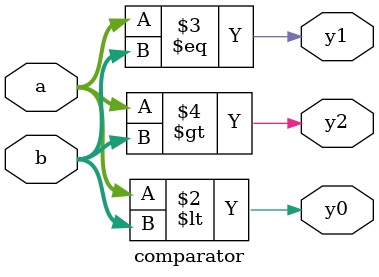
<source format=v>
module comparator(output reg y0,y1,y2,
input [3:0]a,
input [3:0]b
);
always @(*) begin
    y0= (a < b);
    y1= (a == b);
    y2= (a > b);
end
endmodule

</source>
